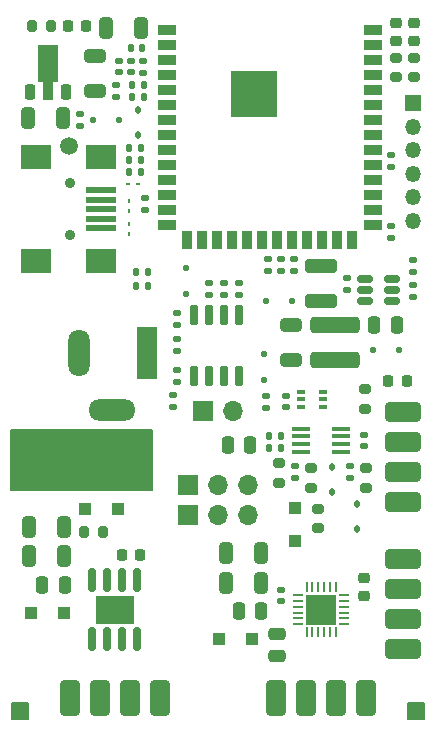
<source format=gbr>
%TF.GenerationSoftware,KiCad,Pcbnew,7.0.11+dfsg-1build4*%
%TF.CreationDate,2025-03-18T09:04:10+01:00*%
%TF.ProjectId,MCM-81339,4d434d2d-3831-4333-9339-2e6b69636164,rev?*%
%TF.SameCoordinates,Original*%
%TF.FileFunction,Soldermask,Top*%
%TF.FilePolarity,Negative*%
%FSLAX46Y46*%
G04 Gerber Fmt 4.6, Leading zero omitted, Abs format (unit mm)*
G04 Created by KiCad (PCBNEW 7.0.11+dfsg-1build4) date 2025-03-18 09:04:10*
%MOMM*%
%LPD*%
G01*
G04 APERTURE LIST*
G04 Aperture macros list*
%AMRoundRect*
0 Rectangle with rounded corners*
0 $1 Rounding radius*
0 $2 $3 $4 $5 $6 $7 $8 $9 X,Y pos of 4 corners*
0 Add a 4 corners polygon primitive as box body*
4,1,4,$2,$3,$4,$5,$6,$7,$8,$9,$2,$3,0*
0 Add four circle primitives for the rounded corners*
1,1,$1+$1,$2,$3*
1,1,$1+$1,$4,$5*
1,1,$1+$1,$6,$7*
1,1,$1+$1,$8,$9*
0 Add four rect primitives between the rounded corners*
20,1,$1+$1,$2,$3,$4,$5,0*
20,1,$1+$1,$4,$5,$6,$7,0*
20,1,$1+$1,$6,$7,$8,$9,0*
20,1,$1+$1,$8,$9,$2,$3,0*%
%AMFreePoly0*
4,1,9,3.862500,-0.866500,0.737500,-0.866500,0.737500,-0.450000,-0.737500,-0.450000,-0.737500,0.450000,0.737500,0.450000,0.737500,0.866500,3.862500,0.866500,3.862500,-0.866500,3.862500,-0.866500,$1*%
G04 Aperture macros list end*
%ADD10C,0.150000*%
%ADD11RoundRect,0.140000X-0.170000X0.140000X-0.170000X-0.140000X0.170000X-0.140000X0.170000X0.140000X0*%
%ADD12RoundRect,0.150000X0.150000X-0.825000X0.150000X0.825000X-0.150000X0.825000X-0.150000X-0.825000X0*%
%ADD13R,3.300000X2.410000*%
%ADD14RoundRect,0.112500X-0.112500X0.187500X-0.112500X-0.187500X0.112500X-0.187500X0.112500X0.187500X0*%
%ADD15RoundRect,0.135000X-0.185000X0.135000X-0.185000X-0.135000X0.185000X-0.135000X0.185000X0.135000X0*%
%ADD16RoundRect,0.250000X0.325000X0.650000X-0.325000X0.650000X-0.325000X-0.650000X0.325000X-0.650000X0*%
%ADD17RoundRect,0.200000X-0.275000X0.200000X-0.275000X-0.200000X0.275000X-0.200000X0.275000X0.200000X0*%
%ADD18RoundRect,0.250000X0.300000X0.300000X-0.300000X0.300000X-0.300000X-0.300000X0.300000X-0.300000X0*%
%ADD19RoundRect,0.250000X-0.475000X0.250000X-0.475000X-0.250000X0.475000X-0.250000X0.475000X0.250000X0*%
%ADD20RoundRect,0.218750X-0.256250X0.218750X-0.256250X-0.218750X0.256250X-0.218750X0.256250X0.218750X0*%
%ADD21RoundRect,0.218750X0.218750X0.256250X-0.218750X0.256250X-0.218750X-0.256250X0.218750X-0.256250X0*%
%ADD22RoundRect,0.135000X0.135000X0.185000X-0.135000X0.185000X-0.135000X-0.185000X0.135000X-0.185000X0*%
%ADD23RoundRect,0.425000X1.125000X0.425000X-1.125000X0.425000X-1.125000X-0.425000X1.125000X-0.425000X0*%
%ADD24RoundRect,0.250000X-0.300000X-0.300000X0.300000X-0.300000X0.300000X0.300000X-0.300000X0.300000X0*%
%ADD25RoundRect,0.135000X-0.135000X-0.185000X0.135000X-0.185000X0.135000X0.185000X-0.135000X0.185000X0*%
%ADD26R,1.700000X1.700000*%
%ADD27O,1.700000X1.700000*%
%ADD28RoundRect,0.425000X-1.125000X-0.425000X1.125000X-0.425000X1.125000X0.425000X-1.125000X0.425000X0*%
%ADD29RoundRect,0.125000X0.125000X0.125000X-0.125000X0.125000X-0.125000X-0.125000X0.125000X-0.125000X0*%
%ADD30R,1.350000X1.350000*%
%ADD31O,1.350000X1.350000*%
%ADD32RoundRect,0.140000X-0.140000X-0.170000X0.140000X-0.170000X0.140000X0.170000X-0.140000X0.170000X0*%
%ADD33RoundRect,0.250000X-0.250000X-0.475000X0.250000X-0.475000X0.250000X0.475000X-0.250000X0.475000X0*%
%ADD34RoundRect,0.135000X0.185000X-0.135000X0.185000X0.135000X-0.185000X0.135000X-0.185000X-0.135000X0*%
%ADD35RoundRect,0.140000X0.170000X-0.140000X0.170000X0.140000X-0.170000X0.140000X-0.170000X-0.140000X0*%
%ADD36C,1.500000*%
%ADD37RoundRect,0.140000X0.140000X0.170000X-0.140000X0.170000X-0.140000X-0.170000X0.140000X-0.170000X0*%
%ADD38RoundRect,0.225000X0.225000X-0.425000X0.225000X0.425000X-0.225000X0.425000X-0.225000X-0.425000X0*%
%ADD39FreePoly0,90.000000*%
%ADD40RoundRect,0.250000X0.300000X-0.300000X0.300000X0.300000X-0.300000X0.300000X-0.300000X-0.300000X0*%
%ADD41RoundRect,0.200000X0.200000X0.275000X-0.200000X0.275000X-0.200000X-0.275000X0.200000X-0.275000X0*%
%ADD42R,1.500000X0.900000*%
%ADD43R,0.900000X1.500000*%
%ADD44C,0.500000*%
%ADD45R,4.000000X4.000000*%
%ADD46RoundRect,0.125000X-0.125000X0.125000X-0.125000X-0.125000X0.125000X-0.125000X0.125000X0.125000X0*%
%ADD47RoundRect,0.062500X0.062500X-0.350000X0.062500X0.350000X-0.062500X0.350000X-0.062500X-0.350000X0*%
%ADD48RoundRect,0.062500X0.350000X-0.062500X0.350000X0.062500X-0.350000X0.062500X-0.350000X-0.062500X0*%
%ADD49R,2.600000X2.600000*%
%ADD50RoundRect,0.425000X-0.425000X1.125000X-0.425000X-1.125000X0.425000X-1.125000X0.425000X1.125000X0*%
%ADD51RoundRect,0.112500X0.112500X-0.187500X0.112500X0.187500X-0.112500X0.187500X-0.112500X-0.187500X0*%
%ADD52RoundRect,0.125000X0.125000X-0.125000X0.125000X0.125000X-0.125000X0.125000X-0.125000X-0.125000X0*%
%ADD53RoundRect,0.125000X-0.125000X-0.125000X0.125000X-0.125000X0.125000X0.125000X-0.125000X0.125000X0*%
%ADD54RoundRect,0.250000X0.250000X0.475000X-0.250000X0.475000X-0.250000X-0.475000X0.250000X-0.475000X0*%
%ADD55RoundRect,0.150000X-0.150000X0.725000X-0.150000X-0.725000X0.150000X-0.725000X0.150000X0.725000X0*%
%ADD56RoundRect,0.225000X-0.225000X-0.250000X0.225000X-0.250000X0.225000X0.250000X-0.225000X0.250000X0*%
%ADD57C,0.900000*%
%ADD58R,2.500000X0.500000*%
%ADD59R,2.500000X2.000000*%
%ADD60RoundRect,0.062500X0.117500X0.062500X-0.117500X0.062500X-0.117500X-0.062500X0.117500X-0.062500X0*%
%ADD61RoundRect,0.250000X0.650000X-0.325000X0.650000X0.325000X-0.650000X0.325000X-0.650000X-0.325000X0*%
%ADD62RoundRect,0.100000X-0.225000X-0.100000X0.225000X-0.100000X0.225000X0.100000X-0.225000X0.100000X0*%
%ADD63RoundRect,0.225000X0.250000X-0.225000X0.250000X0.225000X-0.250000X0.225000X-0.250000X-0.225000X0*%
%ADD64RoundRect,0.062500X0.062500X-0.117500X0.062500X0.117500X-0.062500X0.117500X-0.062500X-0.117500X0*%
%ADD65RoundRect,0.350000X-1.750000X-0.350000X1.750000X-0.350000X1.750000X0.350000X-1.750000X0.350000X0*%
%ADD66RoundRect,0.062500X-0.062500X0.117500X-0.062500X-0.117500X0.062500X-0.117500X0.062500X0.117500X0*%
%ADD67RoundRect,0.150000X0.512500X0.150000X-0.512500X0.150000X-0.512500X-0.150000X0.512500X-0.150000X0*%
%ADD68R,1.600000X0.300000*%
%ADD69R,1.800000X4.400000*%
%ADD70O,1.800000X4.000000*%
%ADD71O,4.000000X1.800000*%
%ADD72RoundRect,0.250000X1.100000X-0.325000X1.100000X0.325000X-1.100000X0.325000X-1.100000X-0.325000X0*%
G04 APERTURE END LIST*
D10*
X61075000Y-102875000D02*
X62425000Y-102875000D01*
X62425000Y-104225000D01*
X61075000Y-104225000D01*
X61075000Y-102875000D01*
G36*
X61075000Y-102875000D02*
G01*
X62425000Y-102875000D01*
X62425000Y-104225000D01*
X61075000Y-104225000D01*
X61075000Y-102875000D01*
G37*
X94575000Y-102875000D02*
X95925000Y-102875000D01*
X95925000Y-104225000D01*
X94575000Y-104225000D01*
X94575000Y-102875000D01*
G36*
X94575000Y-102875000D02*
G01*
X95925000Y-102875000D01*
X95925000Y-104225000D01*
X94575000Y-104225000D01*
X94575000Y-102875000D01*
G37*
X61000000Y-79800000D02*
X72900000Y-79800000D01*
X72900000Y-84900000D01*
X61000000Y-84900000D01*
X61000000Y-79800000D01*
G36*
X61000000Y-79800000D02*
G01*
X72900000Y-79800000D01*
X72900000Y-84900000D01*
X61000000Y-84900000D01*
X61000000Y-79800000D01*
G37*
D11*
%TO.C,C8*%
X90850000Y-80195000D03*
X90850000Y-81155000D03*
%TD*%
D12*
%TO.C,U8*%
X67845000Y-97475000D03*
X69115000Y-97475000D03*
X70385000Y-97475000D03*
X71655000Y-97475000D03*
X71655000Y-92525000D03*
X70385000Y-92525000D03*
X69115000Y-92525000D03*
X67845000Y-92525000D03*
D13*
X69750000Y-95000000D03*
%TD*%
D14*
%TO.C,D4*%
X71729600Y-52696400D03*
X71729600Y-54796400D03*
%TD*%
D15*
%TO.C,R4*%
X94996000Y-67490000D03*
X94996000Y-68510000D03*
%TD*%
D16*
%TO.C,C21*%
X82150000Y-90200000D03*
X79200000Y-90200000D03*
%TD*%
D17*
%TO.C,R18*%
X83667600Y-82625000D03*
X83667600Y-84275000D03*
%TD*%
D18*
%TO.C,D17*%
X65450000Y-95250000D03*
X62650000Y-95250000D03*
%TD*%
D19*
%TO.C,C23*%
X83500000Y-97050000D03*
X83500000Y-98950000D03*
%TD*%
D20*
%TO.C,D10*%
X93573600Y-45312500D03*
X93573600Y-46887500D03*
%TD*%
D21*
%TO.C,D1*%
X67360900Y-45593000D03*
X65785900Y-45593000D03*
%TD*%
D15*
%TO.C,R3*%
X93167200Y-56538400D03*
X93167200Y-57558400D03*
%TD*%
D22*
%TO.C,R24*%
X72610000Y-67600000D03*
X71590000Y-67600000D03*
%TD*%
D23*
%TO.C,J1*%
X94200000Y-98300000D03*
X94200000Y-95760000D03*
X94200000Y-93220000D03*
X94200000Y-90680000D03*
%TD*%
D24*
%TO.C,D15*%
X67250000Y-86450000D03*
X70050000Y-86450000D03*
%TD*%
D17*
%TO.C,R30*%
X91025000Y-83050000D03*
X91025000Y-84700000D03*
%TD*%
D15*
%TO.C,R27*%
X72364600Y-60119800D03*
X72364600Y-61139800D03*
%TD*%
D17*
%TO.C,R29*%
X87000000Y-86475000D03*
X87000000Y-88125000D03*
%TD*%
D25*
%TO.C,R20*%
X82808000Y-80340000D03*
X83828000Y-80340000D03*
%TD*%
D26*
%TO.C,J6*%
X75960000Y-84460000D03*
D27*
X78500000Y-84460000D03*
X81040000Y-84460000D03*
%TD*%
D28*
%TO.C,J4*%
X94200000Y-78300000D03*
X94200000Y-80840000D03*
X94200000Y-83380000D03*
X94200000Y-85920000D03*
%TD*%
D29*
%TO.C,D9*%
X84800000Y-68850000D03*
X82600000Y-68850000D03*
%TD*%
D30*
%TO.C,J3*%
X95000000Y-52100000D03*
D31*
X95000000Y-54100000D03*
X95000000Y-56100000D03*
X95000000Y-58100000D03*
X95000000Y-60100000D03*
X95000000Y-62100000D03*
%TD*%
D32*
%TO.C,C4*%
X70995600Y-55880000D03*
X71955600Y-55880000D03*
%TD*%
D33*
%TO.C,C18*%
X79350000Y-81100000D03*
X81250000Y-81100000D03*
%TD*%
D34*
%TO.C,R16*%
X89700000Y-83835000D03*
X89700000Y-82815000D03*
%TD*%
D15*
%TO.C,R13*%
X93167200Y-62482000D03*
X93167200Y-63502000D03*
%TD*%
D35*
%TO.C,C17*%
X70104000Y-49502000D03*
X70104000Y-48542000D03*
%TD*%
D25*
%TO.C,R25*%
X71590000Y-66450000D03*
X72610000Y-66450000D03*
%TD*%
D36*
%TO.C,FID1*%
X65850000Y-55750000D03*
%TD*%
D37*
%TO.C,C13*%
X72108000Y-47490000D03*
X71148000Y-47490000D03*
%TD*%
D38*
%TO.C,U1*%
X62609600Y-51175200D03*
D39*
X64109600Y-51087700D03*
D38*
X65609600Y-51175200D03*
%TD*%
D34*
%TO.C,R22*%
X74701400Y-77853000D03*
X74701400Y-76833000D03*
%TD*%
D40*
%TO.C,D14*%
X85000000Y-89175000D03*
X85000000Y-86375000D03*
%TD*%
D41*
%TO.C,R1*%
X64375800Y-45600000D03*
X62725800Y-45600000D03*
%TD*%
D36*
%TO.C,FID2*%
X95250000Y-103550000D03*
%TD*%
D42*
%TO.C,U5*%
X74150000Y-45958000D03*
X74150000Y-47228000D03*
X74150000Y-48498000D03*
X74150000Y-49768000D03*
X74150000Y-51038000D03*
X74150000Y-52308000D03*
X74150000Y-53578000D03*
X74150000Y-54848000D03*
X74150000Y-56118000D03*
X74150000Y-57388000D03*
X74150000Y-58658000D03*
X74150000Y-59928000D03*
X74150000Y-61198000D03*
X74150000Y-62468000D03*
D43*
X75915000Y-63718000D03*
X77185000Y-63718000D03*
X78455000Y-63718000D03*
X79725000Y-63718000D03*
X80995000Y-63718000D03*
X82265000Y-63718000D03*
X83535000Y-63718000D03*
X84805000Y-63718000D03*
X86075000Y-63718000D03*
X87345000Y-63718000D03*
X88615000Y-63718000D03*
X89885000Y-63718000D03*
D42*
X91650000Y-62468000D03*
X91650000Y-61198000D03*
X91650000Y-59928000D03*
X91650000Y-58658000D03*
X91650000Y-57388000D03*
X91650000Y-56118000D03*
X91650000Y-54848000D03*
X91650000Y-53578000D03*
X91650000Y-52308000D03*
X91650000Y-51038000D03*
X91650000Y-49768000D03*
X91650000Y-48498000D03*
X91650000Y-47228000D03*
X91650000Y-45958000D03*
D44*
X80040000Y-50558000D03*
X80040000Y-52058000D03*
X80790000Y-49808000D03*
X80790000Y-51308000D03*
X80790000Y-52808000D03*
X81540000Y-50558000D03*
D45*
X81540000Y-51308000D03*
D44*
X81540000Y-52058000D03*
X82290000Y-49808000D03*
X82290000Y-51308000D03*
X82290000Y-52808000D03*
X83040000Y-50558000D03*
X83040000Y-52058000D03*
%TD*%
D15*
%TO.C,R11*%
X72136000Y-48512000D03*
X72136000Y-49532000D03*
%TD*%
D46*
%TO.C,D5*%
X75800000Y-66050000D03*
X75800000Y-68250000D03*
%TD*%
D47*
%TO.C,U7*%
X86000000Y-96937500D03*
X86500000Y-96937500D03*
X87000000Y-96937500D03*
X87500000Y-96937500D03*
X88000000Y-96937500D03*
X88500000Y-96937500D03*
D48*
X89187500Y-96250000D03*
X89187500Y-95750000D03*
X89187500Y-95250000D03*
X89187500Y-94750000D03*
X89187500Y-94250000D03*
X89187500Y-93750000D03*
D47*
X88500000Y-93062500D03*
X88000000Y-93062500D03*
X87500000Y-93062500D03*
X87000000Y-93062500D03*
X86500000Y-93062500D03*
X86000000Y-93062500D03*
D48*
X85312500Y-93750000D03*
X85312500Y-94250000D03*
X85312500Y-94750000D03*
X85312500Y-95250000D03*
X85312500Y-95750000D03*
X85312500Y-96250000D03*
D49*
X87250000Y-95000000D03*
%TD*%
D50*
%TO.C,J8*%
X91060000Y-102500000D03*
X88520000Y-102500000D03*
X85980000Y-102500000D03*
X83440000Y-102500000D03*
%TD*%
D26*
%TO.C,J7*%
X75960000Y-87000000D03*
D27*
X78500000Y-87000000D03*
X81040000Y-87000000D03*
%TD*%
D37*
%TO.C,C5*%
X83798000Y-81356000D03*
X82838000Y-81356000D03*
%TD*%
D51*
%TO.C,D19*%
X88150000Y-85050000D03*
X88150000Y-82950000D03*
%TD*%
D16*
%TO.C,C15*%
X71985400Y-45720000D03*
X69035400Y-45720000D03*
%TD*%
D17*
%TO.C,R17*%
X95100000Y-48260000D03*
X95100000Y-49910000D03*
%TD*%
D15*
%TO.C,R10*%
X75031600Y-72085200D03*
X75031600Y-73105200D03*
%TD*%
D26*
%TO.C,J2*%
X77230000Y-78227102D03*
D27*
X79770000Y-78227102D03*
%TD*%
D15*
%TO.C,R33*%
X83800000Y-65340000D03*
X83800000Y-66360000D03*
%TD*%
D18*
%TO.C,D16*%
X81400000Y-97450000D03*
X78600000Y-97450000D03*
%TD*%
D15*
%TO.C,R21*%
X82600000Y-76890000D03*
X82600000Y-77910000D03*
%TD*%
D52*
%TO.C,D3*%
X82372200Y-75572800D03*
X82372200Y-73372800D03*
%TD*%
D15*
%TO.C,R32*%
X82700000Y-65340000D03*
X82700000Y-66360000D03*
%TD*%
D17*
%TO.C,R28*%
X86375000Y-83050000D03*
X86375000Y-84700000D03*
%TD*%
D15*
%TO.C,R8*%
X79044800Y-67331400D03*
X79044800Y-68351400D03*
%TD*%
D34*
%TO.C,R15*%
X85025000Y-83860000D03*
X85025000Y-82840000D03*
%TD*%
D53*
%TO.C,D2*%
X91610000Y-73001200D03*
X93810000Y-73001200D03*
%TD*%
D35*
%TO.C,C2*%
X69850000Y-51584800D03*
X69850000Y-50624800D03*
%TD*%
D32*
%TO.C,C11*%
X70995600Y-56896000D03*
X71955600Y-56896000D03*
%TD*%
D34*
%TO.C,R23*%
X75031600Y-75770200D03*
X75031600Y-74750200D03*
%TD*%
D15*
%TO.C,R5*%
X94996000Y-65390000D03*
X94996000Y-66410000D03*
%TD*%
D54*
%TO.C,C7*%
X93650000Y-70900000D03*
X91750000Y-70900000D03*
%TD*%
D55*
%TO.C,U4*%
X80289400Y-70094400D03*
X79019400Y-70094400D03*
X77749400Y-70094400D03*
X76479400Y-70094400D03*
X76479400Y-75244400D03*
X77749400Y-75244400D03*
X79019400Y-75244400D03*
X80289400Y-75244400D03*
%TD*%
D56*
%TO.C,C27*%
X70370400Y-90398600D03*
X71920400Y-90398600D03*
%TD*%
D36*
%TO.C,FID3*%
X61750000Y-103550000D03*
%TD*%
D20*
%TO.C,D7*%
X95100000Y-45312500D03*
X95100000Y-46887500D03*
%TD*%
D57*
%TO.C,J5*%
X66000000Y-58900000D03*
X66000000Y-63300000D03*
D58*
X68600000Y-59500000D03*
X68600000Y-60300000D03*
X68600000Y-61100000D03*
X68600000Y-61900000D03*
X68600000Y-62700000D03*
D59*
X68600000Y-56700000D03*
X63100000Y-56700000D03*
X68600000Y-65500000D03*
X63100000Y-65500000D03*
%TD*%
D15*
%TO.C,R7*%
X80294800Y-67331400D03*
X80294800Y-68351400D03*
%TD*%
%TO.C,R9*%
X75031600Y-69898298D03*
X75031600Y-70918298D03*
%TD*%
D16*
%TO.C,C9*%
X65381400Y-53340000D03*
X62431400Y-53340000D03*
%TD*%
D60*
%TO.C,D13*%
X70852400Y-58978800D03*
X71692400Y-58978800D03*
%TD*%
D61*
%TO.C,C3*%
X68122800Y-51106600D03*
X68122800Y-48156600D03*
%TD*%
D50*
%TO.C,J9*%
X73560000Y-102500000D03*
X71020000Y-102500000D03*
X68480000Y-102500000D03*
X65940000Y-102500000D03*
%TD*%
D11*
%TO.C,C6*%
X66852800Y-53063200D03*
X66852800Y-54023200D03*
%TD*%
D62*
%TO.C,U6*%
X85501400Y-76551000D03*
X85501400Y-77201000D03*
X85501400Y-77851000D03*
X87401400Y-77851000D03*
X87401400Y-77201000D03*
X87401400Y-76551000D03*
%TD*%
D15*
%TO.C,R12*%
X77744800Y-67344298D03*
X77744800Y-68364298D03*
%TD*%
D22*
%TO.C,R6*%
X72239600Y-51562000D03*
X71219600Y-51562000D03*
%TD*%
D15*
%TO.C,R34*%
X84900000Y-65340000D03*
X84900000Y-66360000D03*
%TD*%
D63*
%TO.C,C22*%
X90900000Y-93875000D03*
X90900000Y-92325000D03*
%TD*%
D64*
%TO.C,D11*%
X70993000Y-62318000D03*
X70993000Y-63158000D03*
%TD*%
D17*
%TO.C,R19*%
X93573600Y-48260000D03*
X93573600Y-49910000D03*
%TD*%
D16*
%TO.C,C20*%
X65475000Y-87975000D03*
X62525000Y-87975000D03*
%TD*%
D65*
%TO.C,L1*%
X88417400Y-70900000D03*
X88417400Y-73900000D03*
%TD*%
D37*
%TO.C,C12*%
X72209600Y-50546000D03*
X71249600Y-50546000D03*
%TD*%
D66*
%TO.C,D12*%
X70993000Y-61278400D03*
X70993000Y-60438400D03*
%TD*%
D21*
%TO.C,D6*%
X94467500Y-75630000D03*
X92892500Y-75630000D03*
%TD*%
D35*
%TO.C,C25*%
X83800000Y-94280000D03*
X83800000Y-93320000D03*
%TD*%
D15*
%TO.C,R2*%
X89408000Y-66903200D03*
X89408000Y-67923200D03*
%TD*%
D67*
%TO.C,U2*%
X93212500Y-68871200D03*
X93212500Y-67921200D03*
X93212500Y-66971200D03*
X90937500Y-66971200D03*
X90937500Y-67921200D03*
X90937500Y-68871200D03*
%TD*%
D14*
%TO.C,D18*%
X90250000Y-86050000D03*
X90250000Y-88150000D03*
%TD*%
D61*
%TO.C,C10*%
X84709000Y-73865000D03*
X84709000Y-70915000D03*
%TD*%
D54*
%TO.C,C28*%
X65516800Y-92900000D03*
X63616800Y-92900000D03*
%TD*%
D41*
%TO.C,R31*%
X68775000Y-88450000D03*
X67125000Y-88450000D03*
%TD*%
D16*
%TO.C,C19*%
X82150000Y-92750000D03*
X79200000Y-92750000D03*
%TD*%
D68*
%TO.C,U3*%
X88927000Y-81625000D03*
X88927000Y-80975000D03*
X88927000Y-80325000D03*
X88927000Y-79675000D03*
X85527000Y-79675000D03*
X85527000Y-80325000D03*
X85527000Y-80975000D03*
X85527000Y-81625000D03*
%TD*%
D25*
%TO.C,R26*%
X70965600Y-57912000D03*
X71985600Y-57912000D03*
%TD*%
D11*
%TO.C,C16*%
X71120000Y-48542000D03*
X71120000Y-49502000D03*
%TD*%
%TO.C,C14*%
X84301400Y-76921000D03*
X84301400Y-77881000D03*
%TD*%
D69*
%TO.C,J10*%
X72500000Y-73300000D03*
D70*
X66700000Y-73300000D03*
D71*
X69500000Y-78100000D03*
%TD*%
D53*
%TO.C,D8*%
X67937200Y-53543200D03*
X70137200Y-53543200D03*
%TD*%
D17*
%TO.C,R14*%
X90960000Y-76355000D03*
X90960000Y-78005000D03*
%TD*%
D72*
%TO.C,C1*%
X87200000Y-68875000D03*
X87200000Y-65925000D03*
%TD*%
D54*
%TO.C,C24*%
X82150000Y-95100000D03*
X80250000Y-95100000D03*
%TD*%
D16*
%TO.C,C26*%
X65475000Y-90500000D03*
X62525000Y-90500000D03*
%TD*%
M02*

</source>
